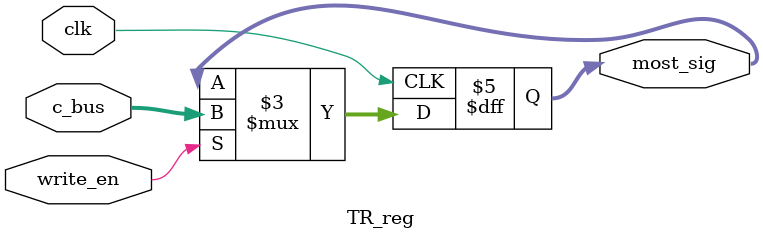
<source format=v>
module TR_reg(most_sig,write_en,c_bus,clk);
	output reg [1:0] most_sig; // TO AR[17:16]
	input clk,write_en;
	input [1:0] c_bus;
	always@(posedge clk)
		begin
			if(write_en) most_sig=c_bus;
		end
endmodule

</source>
